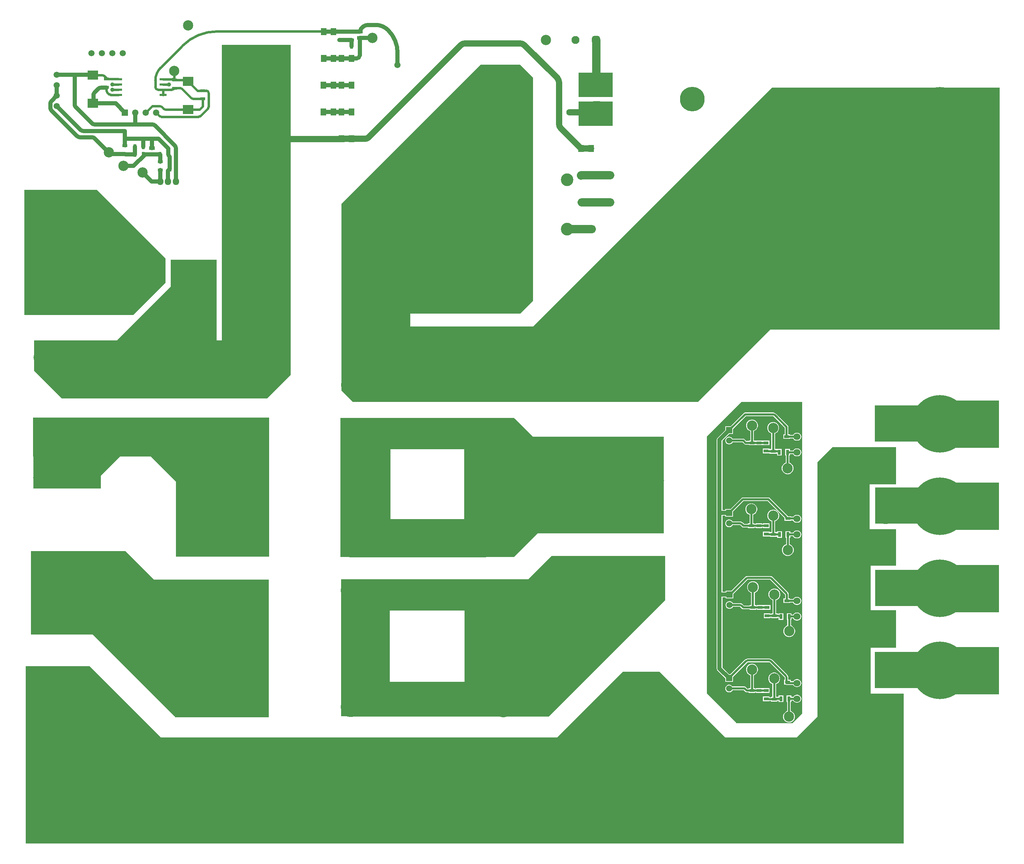
<source format=gbr>
%TF.GenerationSoftware,Altium Limited,Altium Designer,24.7.2 (38)*%
G04 Layer_Physical_Order=2*
G04 Layer_Color=16711680*
%FSLAX43Y43*%
%MOMM*%
%TF.SameCoordinates,3DDE4B3C-03A5-4BC3-9972-2EF5A5DF1AA7*%
%TF.FilePolarity,Positive*%
%TF.FileFunction,Copper,L2,Bot,Signal*%
%TF.Part,Single*%
G01*
G75*
%TA.AperFunction,Conductor*%
%ADD10C,1.000*%
%ADD11C,2.000*%
%ADD13C,5.000*%
%ADD14C,0.600*%
%TA.AperFunction,SMDPad,CuDef*%
%ADD15R,1.250X0.800*%
%TA.AperFunction,Conductor*%
%ADD17C,1.500*%
%ADD18R,18.454X8.875*%
%ADD19R,14.478X11.557*%
%ADD20R,37.674X7.618*%
%ADD24R,40.634X23.495*%
%ADD29R,16.475X10.825*%
%TA.AperFunction,NonConductor*%
%ADD33R,14.478X11.557*%
%TA.AperFunction,Conductor*%
%ADD34R,8.382X5.969*%
%ADD36R,16.150X30.477*%
%TA.AperFunction,ComponentPad*%
%ADD37C,5.000*%
%ADD38C,1.500*%
%ADD39R,1.500X1.500*%
%ADD40C,2.500*%
%ADD41O,1.778X1.524*%
%ADD42O,5.080X8.890*%
%ADD43C,14.000*%
%ADD44C,3.000*%
%ADD45C,8.000*%
%ADD46C,4.064*%
%ADD47C,2.032*%
%ADD48O,8.890X5.080*%
%ADD49O,1.524X1.778*%
%ADD50C,6.000*%
%ADD51O,6.600X4.826*%
%ADD52O,3.000X3.100*%
%ADD53C,1.600*%
%ADD54R,1.550X1.550*%
%ADD55C,1.550*%
%ADD56C,1.950*%
G04:AMPARAMS|DCode=57|XSize=1.95mm|YSize=1.95mm|CornerRadius=0.488mm|HoleSize=0mm|Usage=FLASHONLY|Rotation=180.000|XOffset=0mm|YOffset=0mm|HoleType=Round|Shape=RoundedRectangle|*
%AMROUNDEDRECTD57*
21,1,1.950,0.975,0,0,180.0*
21,1,0.975,1.950,0,0,180.0*
1,1,0.975,-0.488,0.488*
1,1,0.975,0.488,0.488*
1,1,0.975,0.488,-0.488*
1,1,0.975,-0.488,-0.488*
%
%ADD57ROUNDEDRECTD57*%
%TA.AperFunction,ViaPad*%
%ADD58C,1.000*%
%ADD59C,1.500*%
%ADD60C,0.800*%
%TA.AperFunction,Conductor*%
%ADD61C,0.500*%
%TA.AperFunction,SMDPad,CuDef*%
%ADD62R,0.800X1.250*%
%ADD63R,1.800X0.600*%
%ADD64R,1.450X1.800*%
%ADD65R,2.500X2.200*%
%ADD66R,1.350X0.950*%
%ADD67R,0.950X1.350*%
%TA.AperFunction,Conductor*%
%ADD68R,12.150X33.934*%
%ADD69R,12.275X33.966*%
%ADD70R,9.788X33.018*%
%ADD71R,45.560X7.618*%
%ADD72R,11.900X33.459*%
%ADD73R,22.859X33.566*%
%ADD74R,22.650X33.844*%
%ADD75R,40.145X9.593*%
%ADD76R,23.100X20.375*%
%ADD77R,40.145X13.268*%
%ADD78R,15.675X42.725*%
G36*
X36475Y155312D02*
Y149425D01*
X28550Y141500D01*
X2450Y141500D01*
Y143986D01*
X2522Y144101D01*
X17000D01*
X17070Y144115D01*
X17130Y144155D01*
X17170Y144215D01*
X17184Y144285D01*
Y155842D01*
X17170Y155912D01*
X17130Y155972D01*
X17070Y156012D01*
X17000Y156026D01*
X2522D01*
X2450Y156141D01*
Y171977D01*
X19810D01*
X36475Y155312D01*
D02*
G37*
G36*
X66925Y143075D02*
D01*
X66925Y126925D01*
X61200Y121200D01*
X11227Y121200D01*
X4427Y128000D01*
Y135387D01*
X24725D01*
Y135425D01*
X37725Y148425D01*
Y152409D01*
Y154959D01*
X48888D01*
Y135387D01*
X50150D01*
Y147775D01*
D01*
X50150Y207275D01*
X66925Y207275D01*
Y143075D01*
D02*
G37*
G36*
X125977Y199269D02*
Y144977D01*
X122875Y141875D01*
X96050D01*
Y138775D01*
X125950Y138775D01*
X184100Y196925D01*
X239562D01*
X239562Y137950D01*
X183750D01*
X166125Y120325D01*
X82075D01*
X79275Y123125D01*
Y168550D01*
X113175Y202450D01*
X122796D01*
X125977Y199269D01*
D02*
G37*
G36*
X129438Y108380D02*
X129429Y108254D01*
X121464Y102274D01*
X121350Y102331D01*
X121350Y116302D01*
X121467Y116351D01*
X129438Y108380D01*
D02*
G37*
G36*
X26979Y108767D02*
X26990Y108640D01*
X18140Y99790D01*
X18020Y99830D01*
X17325Y104555D01*
Y107655D01*
Y109755D01*
Y115466D01*
X17438Y115525D01*
X26979Y108767D01*
D02*
G37*
G36*
X41369Y115111D02*
Y109399D01*
Y107299D01*
Y104199D01*
X40675Y99475D01*
X40554Y99435D01*
X31704Y108285D01*
X31715Y108411D01*
X41256Y115170D01*
X41369Y115111D01*
D02*
G37*
G36*
X129183Y90468D02*
X121419Y82704D01*
X121292Y82713D01*
X115467Y90472D01*
X115524Y90586D01*
X129134D01*
X129183Y90468D01*
D02*
G37*
G36*
X35575Y75150D02*
X35564Y75024D01*
X26370Y68512D01*
X38680Y73780D01*
X38786Y73710D01*
Y43830D01*
X38668Y43782D01*
X17744Y64706D01*
X17768Y64830D01*
X25920Y68319D01*
X25910Y68324D01*
Y74036D01*
Y76136D01*
Y79236D01*
X26604Y83960D01*
X26725Y84000D01*
X35575Y75150D01*
D02*
G37*
G36*
X158150Y72100D02*
X129800Y43750D01*
X118700D01*
Y71050D01*
X130525Y82875D01*
X158150D01*
Y72100D01*
D02*
G37*
G36*
X191466Y44491D02*
X189125Y42150D01*
X175525D01*
X168300Y49375D01*
Y111950D01*
X176750Y120400D01*
X191466D01*
Y44491D01*
D02*
G37*
G36*
X214351Y100325D02*
X207925D01*
Y89365D01*
X214351D01*
Y80517D01*
X208200D01*
Y69650D01*
X214351D01*
Y60491D01*
X208200D01*
Y49365D01*
X216250D01*
Y37350D01*
Y12850D01*
X2450D01*
Y13987D01*
X2522Y14102D01*
X17000D01*
X17070Y14116D01*
X17130Y14155D01*
X17170Y14215D01*
X17184Y14285D01*
Y25842D01*
X17170Y25912D01*
X17130Y25972D01*
X17070Y26012D01*
X17000Y26026D01*
X2522D01*
X2450Y26141D01*
Y28986D01*
X2522Y29102D01*
X17000D01*
X17070Y29116D01*
X17130Y29155D01*
X17169Y29215D01*
X17183Y29285D01*
Y40842D01*
X17169Y40912D01*
X17130Y40972D01*
X17070Y41012D01*
X17000Y41026D01*
X2522D01*
X2450Y41141D01*
Y56025D01*
X18003Y56025D01*
X35403Y38625D01*
X131775D01*
X147775Y54625D01*
X156750D01*
X172750Y38625D01*
X190153D01*
X195175Y43647D01*
X195175Y105725D01*
X198815Y109365D01*
X214351D01*
Y100325D01*
D02*
G37*
%LPC*%
G36*
X184418Y117788D02*
X177569D01*
X177401Y117755D01*
X177259Y117660D01*
X174010Y114411D01*
X172770D01*
Y113521D01*
X170890Y111641D01*
X170781Y111499D01*
X170712Y111334D01*
X170689Y111156D01*
Y93330D01*
Y73230D01*
Y55430D01*
X170712Y55252D01*
X170781Y55087D01*
X170890Y54945D01*
X172770Y53065D01*
Y52175D01*
X174630D01*
Y53415D01*
X178184Y56969D01*
X178226Y56987D01*
X178227Y56987D01*
X183518D01*
X183519Y56987D01*
X183561Y56969D01*
X183561Y56969D01*
X187219Y53311D01*
X187219Y53311D01*
X187237Y53269D01*
X187237Y53268D01*
Y52723D01*
X187095D01*
Y51563D01*
X187413D01*
X187507Y51500D01*
X187675Y51467D01*
X189256D01*
X189271Y51430D01*
X189422Y51233D01*
X189619Y51082D01*
X189848Y50987D01*
X190094Y50955D01*
X190348D01*
X190594Y50987D01*
X190823Y51082D01*
X191020Y51233D01*
X191171Y51430D01*
X191266Y51659D01*
X191298Y51905D01*
X191266Y52151D01*
X191171Y52380D01*
X191020Y52577D01*
X190823Y52728D01*
X190594Y52823D01*
X190348Y52855D01*
X190094D01*
X189848Y52823D01*
X189619Y52728D01*
X189422Y52577D01*
X189271Y52380D01*
X189256Y52343D01*
X188705D01*
Y52723D01*
X188113D01*
Y53268D01*
X188112Y53274D01*
X188081Y53511D01*
X187987Y53737D01*
X187842Y53926D01*
X187839Y53931D01*
X184181Y57589D01*
X184176Y57592D01*
X183987Y57737D01*
X183761Y57831D01*
X183524Y57862D01*
X183518Y57863D01*
X178227D01*
X178221Y57862D01*
X177984Y57831D01*
X177758Y57737D01*
X177572Y57594D01*
X177565Y57590D01*
X177565Y57590D01*
X177564Y57589D01*
X177476Y57501D01*
X174010Y54035D01*
X173740D01*
X172061Y55714D01*
Y72754D01*
X172870D01*
Y72510D01*
X174730D01*
Y73640D01*
X178159Y77069D01*
X178201Y77087D01*
X178202Y77087D01*
X183693D01*
X183694Y77087D01*
X183736Y77069D01*
X187294Y73510D01*
X187312Y73468D01*
X187312Y73468D01*
Y72545D01*
X186945D01*
Y71385D01*
X188555D01*
Y71467D01*
X189256D01*
X189271Y71430D01*
X189422Y71233D01*
X189619Y71082D01*
X189848Y70987D01*
X190094Y70955D01*
X190348D01*
X190594Y70987D01*
X190823Y71082D01*
X191020Y71233D01*
X191171Y71430D01*
X191266Y71659D01*
X191298Y71905D01*
X191266Y72151D01*
X191171Y72380D01*
X191020Y72577D01*
X190823Y72728D01*
X190594Y72823D01*
X190348Y72855D01*
X190094D01*
X189848Y72823D01*
X189619Y72728D01*
X189422Y72577D01*
X189271Y72380D01*
X189256Y72343D01*
X188555D01*
Y72545D01*
X188189D01*
Y73468D01*
X188187Y73474D01*
X188156Y73711D01*
X188063Y73937D01*
X187919Y74123D01*
X187915Y74129D01*
X187915Y74129D01*
X187915Y74130D01*
X187826Y74219D01*
X184444Y77601D01*
X184356Y77689D01*
X184356Y77689D01*
X184355Y77690D01*
X184355Y77690D01*
X184348Y77694D01*
X184162Y77837D01*
X183936Y77931D01*
X183699Y77962D01*
X183693Y77963D01*
X178202D01*
X178196Y77962D01*
X177959Y77931D01*
X177733Y77837D01*
X177547Y77694D01*
X177539Y77689D01*
X174220Y74370D01*
X172870D01*
Y74126D01*
X172061D01*
Y92644D01*
X172770D01*
Y92400D01*
X174630D01*
Y93640D01*
X177213Y96223D01*
X183122D01*
X187187Y92159D01*
Y92115D01*
X187195Y92073D01*
Y91385D01*
X188805D01*
Y91527D01*
X189231D01*
X189271Y91430D01*
X189422Y91233D01*
X189619Y91082D01*
X189848Y90987D01*
X190094Y90955D01*
X190348D01*
X190594Y90987D01*
X190823Y91082D01*
X191020Y91233D01*
X191171Y91430D01*
X191266Y91659D01*
X191298Y91905D01*
X191266Y92151D01*
X191171Y92380D01*
X191020Y92577D01*
X190823Y92728D01*
X190594Y92823D01*
X190348Y92855D01*
X190094D01*
X189848Y92823D01*
X189619Y92728D01*
X189422Y92577D01*
X189289Y92404D01*
X188805D01*
Y92545D01*
X188005D01*
X187935Y92650D01*
X183614Y96971D01*
X183472Y97067D01*
X183304Y97100D01*
X177031D01*
X176864Y97067D01*
X176721Y96971D01*
X174010Y94260D01*
X172770D01*
Y94016D01*
X172061D01*
Y110872D01*
X173740Y112551D01*
X174630D01*
Y113791D01*
X177751Y116912D01*
X184418D01*
X184419Y116912D01*
X184461Y116894D01*
X184461Y116894D01*
X187262Y114093D01*
Y112505D01*
X186895D01*
Y111345D01*
X188505D01*
Y111467D01*
X189256D01*
X189271Y111430D01*
X189422Y111233D01*
X189619Y111082D01*
X189848Y110987D01*
X190094Y110955D01*
X190348D01*
X190594Y110987D01*
X190823Y111082D01*
X191020Y111233D01*
X191171Y111430D01*
X191266Y111659D01*
X191298Y111905D01*
X191266Y112151D01*
X191171Y112380D01*
X191020Y112577D01*
X190823Y112728D01*
X190594Y112823D01*
X190348Y112855D01*
X190094D01*
X189848Y112823D01*
X189619Y112728D01*
X189422Y112577D01*
X189271Y112380D01*
X189256Y112343D01*
X188505D01*
Y112505D01*
X188139D01*
Y114275D01*
X188105Y114443D01*
X188010Y114585D01*
X185081Y117514D01*
X185081Y117514D01*
X185081Y117514D01*
X185076Y117517D01*
X184887Y117662D01*
X184661Y117756D01*
X184424Y117787D01*
X184418Y117788D01*
D02*
G37*
G36*
X179463Y116055D02*
X179087D01*
X178723Y115958D01*
X178397Y115769D01*
X178131Y115503D01*
X177942Y115177D01*
X177845Y114813D01*
Y114437D01*
X177942Y114073D01*
X178131Y113747D01*
X178397Y113481D01*
X178723Y113292D01*
X178837Y113262D01*
Y110981D01*
X178520D01*
Y110839D01*
X177897D01*
X177485Y111251D01*
X177343Y111346D01*
X177175Y111379D01*
X174521D01*
X174444Y111512D01*
X174271Y111685D01*
X174059Y111808D01*
X173822Y111871D01*
X173578D01*
X173341Y111808D01*
X173129Y111685D01*
X172956Y111512D01*
X172833Y111300D01*
X172770Y111063D01*
Y110819D01*
X172833Y110582D01*
X172956Y110370D01*
X173129Y110197D01*
X173341Y110074D01*
X173578Y110011D01*
X173822D01*
X174059Y110074D01*
X174271Y110197D01*
X174444Y110370D01*
X174521Y110503D01*
X176993D01*
X177405Y110091D01*
X177547Y109996D01*
X177715Y109963D01*
X178520D01*
Y109821D01*
X180130D01*
Y109821D01*
X180203Y109821D01*
Y109821D01*
X181813D01*
Y109821D01*
X181920D01*
Y109821D01*
X183530D01*
Y110981D01*
X181920D01*
Y110981D01*
X181813D01*
Y110981D01*
X180203D01*
Y110981D01*
X180130Y110981D01*
Y110981D01*
X179713D01*
Y113262D01*
X179827Y113292D01*
X180153Y113481D01*
X180419Y113747D01*
X180608Y114073D01*
X180705Y114437D01*
Y114813D01*
X180608Y115177D01*
X180419Y115503D01*
X180153Y115769D01*
X179827Y115958D01*
X179463Y116055D01*
D02*
G37*
G36*
X184613Y115480D02*
X184237D01*
X183873Y115383D01*
X183547Y115194D01*
X183281Y114928D01*
X183092Y114602D01*
X182995Y114238D01*
Y113862D01*
X183092Y113498D01*
X183281Y113172D01*
X183547Y112906D01*
X183873Y112717D01*
X183988Y112687D01*
Y108913D01*
X183621D01*
X183530Y108981D01*
Y108981D01*
X181920D01*
Y107821D01*
X183530D01*
X183621Y107753D01*
Y107753D01*
X185231D01*
Y107753D01*
X185358Y107752D01*
Y107290D01*
X186518D01*
Y108900D01*
X185358D01*
Y108900D01*
X185231Y108901D01*
Y108913D01*
X184865D01*
Y112687D01*
X184977Y112717D01*
X185303Y112906D01*
X185569Y113172D01*
X185758Y113498D01*
X185855Y113862D01*
Y114238D01*
X185758Y114602D01*
X185569Y114928D01*
X185303Y115194D01*
X184977Y115383D01*
X184613Y115480D01*
D02*
G37*
G36*
X190348Y109045D02*
X190094D01*
X189848Y109013D01*
X189619Y108918D01*
X189422Y108767D01*
X189271Y108570D01*
X189256Y108533D01*
X188518D01*
Y108900D01*
X187358D01*
Y107290D01*
X187500D01*
Y105563D01*
X187386Y105533D01*
X187060Y105344D01*
X186794Y105078D01*
X186605Y104752D01*
X186508Y104388D01*
Y104012D01*
X186605Y103648D01*
X186794Y103322D01*
X187060Y103056D01*
X187386Y102867D01*
X187750Y102770D01*
X188126D01*
X188490Y102867D01*
X188816Y103056D01*
X189082Y103322D01*
X189271Y103648D01*
X189368Y104012D01*
Y104388D01*
X189271Y104752D01*
X189082Y105078D01*
X188816Y105344D01*
X188490Y105533D01*
X188376Y105563D01*
Y107290D01*
X188518D01*
Y107657D01*
X189256D01*
X189271Y107620D01*
X189422Y107423D01*
X189619Y107272D01*
X189848Y107177D01*
X190094Y107145D01*
X190348D01*
X190594Y107177D01*
X190823Y107272D01*
X191020Y107423D01*
X191171Y107620D01*
X191266Y107849D01*
X191298Y108095D01*
X191266Y108341D01*
X191171Y108570D01*
X191020Y108767D01*
X190823Y108918D01*
X190594Y109013D01*
X190348Y109045D01*
D02*
G37*
G36*
X179288Y95680D02*
X178912D01*
X178548Y95583D01*
X178222Y95394D01*
X177956Y95128D01*
X177767Y94802D01*
X177670Y94438D01*
Y94062D01*
X177767Y93698D01*
X177956Y93372D01*
X178222Y93106D01*
X178548Y92917D01*
X178662Y92887D01*
Y90780D01*
X178295D01*
Y90638D01*
X177382D01*
X177066Y90954D01*
X177066Y90954D01*
X177066Y90954D01*
X177061Y90957D01*
X176872Y91102D01*
X176646Y91196D01*
X176409Y91227D01*
X176403Y91228D01*
X174521D01*
X174444Y91361D01*
X174271Y91534D01*
X174059Y91657D01*
X173822Y91720D01*
X173578D01*
X173341Y91657D01*
X173129Y91534D01*
X172956Y91361D01*
X172833Y91149D01*
X172770Y90912D01*
Y90668D01*
X172833Y90431D01*
X172956Y90219D01*
X173129Y90046D01*
X173341Y89923D01*
X173578Y89860D01*
X173822D01*
X174059Y89923D01*
X174271Y90046D01*
X174444Y90219D01*
X174521Y90352D01*
X176403D01*
X176404Y90352D01*
X176446Y90334D01*
X176446Y90334D01*
X176890Y89890D01*
X177032Y89795D01*
X177200Y89762D01*
X178295D01*
Y89620D01*
X179905D01*
Y89762D01*
X180170D01*
Y89620D01*
X181780D01*
Y89762D01*
X181947D01*
Y89620D01*
X183557D01*
Y90780D01*
X181947D01*
Y90638D01*
X181780D01*
Y90780D01*
X180170D01*
Y90638D01*
X179905D01*
Y90780D01*
X179538D01*
Y92887D01*
X179652Y92917D01*
X179978Y93106D01*
X180244Y93372D01*
X180433Y93698D01*
X180530Y94062D01*
Y94438D01*
X180433Y94802D01*
X180244Y95128D01*
X179978Y95394D01*
X179652Y95583D01*
X179288Y95680D01*
D02*
G37*
G36*
X184638Y94105D02*
X184262D01*
X183898Y94008D01*
X183572Y93819D01*
X183306Y93553D01*
X183117Y93227D01*
X183020Y92863D01*
Y92487D01*
X183117Y92123D01*
X183306Y91797D01*
X183572Y91531D01*
X183898Y91342D01*
X184037Y91305D01*
Y88705D01*
X183670D01*
Y88705D01*
X183557Y88740D01*
Y88780D01*
X181947D01*
Y87620D01*
X183557D01*
X183557Y87620D01*
Y87620D01*
X183557Y87620D01*
X183670Y87585D01*
Y87545D01*
X185280D01*
Y87657D01*
X185420D01*
Y87290D01*
X186580D01*
Y88900D01*
X185420D01*
Y88534D01*
X185280D01*
Y88705D01*
X184913D01*
Y91319D01*
X185002Y91342D01*
X185328Y91531D01*
X185594Y91797D01*
X185783Y92123D01*
X185880Y92487D01*
Y92863D01*
X185783Y93227D01*
X185594Y93553D01*
X185328Y93819D01*
X185002Y94008D01*
X184638Y94105D01*
D02*
G37*
G36*
X190348Y89045D02*
X190094D01*
X189848Y89013D01*
X189619Y88918D01*
X189422Y88767D01*
X189271Y88570D01*
X189256Y88534D01*
X188580D01*
Y88900D01*
X187420D01*
Y87290D01*
X187562D01*
Y85663D01*
X187448Y85633D01*
X187122Y85444D01*
X186856Y85178D01*
X186668Y84852D01*
X186570Y84488D01*
Y84112D01*
X186668Y83748D01*
X186856Y83422D01*
X187122Y83156D01*
X187448Y82968D01*
X187812Y82870D01*
X188188D01*
X188552Y82968D01*
X188878Y83156D01*
X189144Y83422D01*
X189333Y83748D01*
X189430Y84112D01*
Y84488D01*
X189333Y84852D01*
X189144Y85178D01*
X188878Y85444D01*
X188552Y85633D01*
X188439Y85663D01*
Y87290D01*
X188580D01*
Y87657D01*
X189256D01*
X189271Y87620D01*
X189422Y87423D01*
X189619Y87272D01*
X189848Y87177D01*
X190094Y87145D01*
X190348D01*
X190594Y87177D01*
X190823Y87272D01*
X191020Y87423D01*
X191171Y87620D01*
X191266Y87849D01*
X191298Y88095D01*
X191266Y88341D01*
X191171Y88570D01*
X191020Y88767D01*
X190823Y88918D01*
X190594Y89013D01*
X190348Y89045D01*
D02*
G37*
G36*
X179688Y76680D02*
X179312D01*
X178948Y76583D01*
X178622Y76394D01*
X178356Y76128D01*
X178167Y75802D01*
X178070Y75438D01*
Y75062D01*
X178167Y74698D01*
X178356Y74372D01*
X178622Y74106D01*
X178948Y73917D01*
X179062Y73887D01*
Y70880D01*
X178695D01*
Y70738D01*
X177357D01*
X177031Y71064D01*
X177031Y71064D01*
X177031Y71064D01*
X177031Y71064D01*
X177030Y71065D01*
X177030Y71065D01*
X177021Y71071D01*
X176837Y71212D01*
X176611Y71306D01*
X176374Y71337D01*
X176368Y71338D01*
X174621D01*
X174544Y71471D01*
X174371Y71644D01*
X174159Y71767D01*
X173922Y71830D01*
X173678D01*
X173441Y71767D01*
X173229Y71644D01*
X173056Y71471D01*
X172933Y71259D01*
X172870Y71022D01*
Y70778D01*
X172933Y70541D01*
X173056Y70329D01*
X173229Y70156D01*
X173441Y70033D01*
X173678Y69970D01*
X173922D01*
X174159Y70033D01*
X174371Y70156D01*
X174544Y70329D01*
X174621Y70462D01*
X176368D01*
X176369Y70462D01*
X176411Y70444D01*
X176411Y70444D01*
X176865Y69990D01*
X176954Y69931D01*
X177007Y69895D01*
X177175Y69862D01*
X178695D01*
Y69720D01*
X180305D01*
Y69862D01*
X180470D01*
Y69720D01*
X182080D01*
Y69720D01*
X182170D01*
Y69720D01*
X183780D01*
Y70880D01*
X182170D01*
Y70880D01*
X182080D01*
Y70880D01*
X180470D01*
Y70738D01*
X180305D01*
Y70880D01*
X179938D01*
Y73887D01*
X180052Y73917D01*
X180378Y74106D01*
X180644Y74372D01*
X180833Y74698D01*
X180930Y75062D01*
Y75438D01*
X180833Y75802D01*
X180644Y76128D01*
X180378Y76394D01*
X180052Y76583D01*
X179688Y76680D01*
D02*
G37*
G36*
X184917Y74905D02*
X184540D01*
X184177Y74808D01*
X183851Y74619D01*
X183584Y74353D01*
X183396Y74027D01*
X183299Y73663D01*
Y73287D01*
X183396Y72923D01*
X183584Y72597D01*
X183851Y72331D01*
X184177Y72142D01*
X184290Y72112D01*
Y68868D01*
X183924D01*
Y68738D01*
X183780D01*
Y68880D01*
X182170D01*
Y67720D01*
X183780D01*
Y67862D01*
X183924D01*
Y67708D01*
X185534D01*
Y67850D01*
X185737D01*
X185745Y67843D01*
Y67290D01*
X186905D01*
Y68900D01*
X185745D01*
Y68848D01*
X185737Y68726D01*
X185534D01*
Y68868D01*
X185167D01*
Y72112D01*
X185281Y72142D01*
X185607Y72331D01*
X185873Y72597D01*
X186061Y72923D01*
X186159Y73287D01*
Y73663D01*
X186061Y74027D01*
X185873Y74353D01*
X185607Y74619D01*
X185281Y74808D01*
X184917Y74905D01*
D02*
G37*
G36*
X190348Y69045D02*
X190094D01*
X189848Y69013D01*
X189619Y68918D01*
X189422Y68767D01*
X189271Y68570D01*
X189256Y68533D01*
X188905D01*
Y68900D01*
X187745D01*
Y67290D01*
X187887D01*
Y65918D01*
X187773Y65888D01*
X187447Y65699D01*
X187181Y65433D01*
X186993Y65107D01*
X186895Y64743D01*
Y64367D01*
X186993Y64003D01*
X187181Y63677D01*
X187447Y63411D01*
X187773Y63223D01*
X188137Y63125D01*
X188513D01*
X188877Y63223D01*
X189203Y63411D01*
X189469Y63677D01*
X189658Y64003D01*
X189755Y64367D01*
Y64743D01*
X189658Y65107D01*
X189469Y65433D01*
X189203Y65699D01*
X188877Y65888D01*
X188764Y65918D01*
Y67290D01*
X188905D01*
Y67657D01*
X189256D01*
X189271Y67620D01*
X189422Y67423D01*
X189619Y67272D01*
X189848Y67177D01*
X190094Y67145D01*
X190348D01*
X190594Y67177D01*
X190823Y67272D01*
X191020Y67423D01*
X191171Y67620D01*
X191266Y67849D01*
X191298Y68095D01*
X191266Y68341D01*
X191171Y68570D01*
X191020Y68767D01*
X190823Y68918D01*
X190594Y69013D01*
X190348Y69045D01*
D02*
G37*
G36*
X179463Y56605D02*
X179087D01*
X178723Y56508D01*
X178397Y56319D01*
X178131Y56053D01*
X177942Y55727D01*
X177845Y55363D01*
Y54987D01*
X177942Y54623D01*
X178131Y54297D01*
X178397Y54031D01*
X178723Y53842D01*
X178837Y53812D01*
Y50655D01*
X178470D01*
Y50513D01*
X178207D01*
X177785Y50935D01*
X177643Y51030D01*
X177475Y51063D01*
X174486D01*
X174444Y51136D01*
X174271Y51309D01*
X174059Y51432D01*
X173822Y51495D01*
X173578D01*
X173341Y51432D01*
X173129Y51309D01*
X172956Y51136D01*
X172833Y50924D01*
X172770Y50687D01*
Y50443D01*
X172833Y50206D01*
X172956Y49994D01*
X173129Y49821D01*
X173341Y49698D01*
X173578Y49635D01*
X173822D01*
X174059Y49698D01*
X174271Y49821D01*
X174444Y49994D01*
X174555Y50187D01*
X177293D01*
X177715Y49765D01*
X177857Y49670D01*
X178025Y49637D01*
X178470D01*
Y49495D01*
X180080D01*
Y49637D01*
X180220D01*
Y49495D01*
X181830D01*
Y49495D01*
X181945D01*
Y49495D01*
X183555D01*
Y50655D01*
X181945D01*
Y50655D01*
X181830D01*
Y50655D01*
X180220D01*
Y50513D01*
X180080D01*
Y50655D01*
X179713D01*
Y53812D01*
X179827Y53842D01*
X180153Y54031D01*
X180419Y54297D01*
X180608Y54623D01*
X180705Y54987D01*
Y55363D01*
X180608Y55727D01*
X180419Y56053D01*
X180153Y56319D01*
X179827Y56508D01*
X179463Y56605D01*
D02*
G37*
G36*
X190348Y49045D02*
X190094D01*
X189848Y49013D01*
X189619Y48918D01*
X189422Y48767D01*
X189271Y48570D01*
X189256Y48533D01*
X188880D01*
Y48900D01*
X187720D01*
Y47290D01*
X187837D01*
Y45088D01*
X187723Y45058D01*
X187397Y44869D01*
X187131Y44603D01*
X186942Y44277D01*
X186845Y43913D01*
Y43537D01*
X186942Y43173D01*
X187131Y42847D01*
X187397Y42581D01*
X187723Y42392D01*
X188087Y42295D01*
X188463D01*
X188827Y42392D01*
X189153Y42581D01*
X189419Y42847D01*
X189608Y43173D01*
X189705Y43537D01*
Y43913D01*
X189608Y44277D01*
X189419Y44603D01*
X189153Y44869D01*
X188827Y45058D01*
X188713Y45088D01*
Y47290D01*
X188880D01*
Y47657D01*
X189256D01*
X189271Y47620D01*
X189422Y47423D01*
X189619Y47272D01*
X189848Y47177D01*
X190094Y47145D01*
X190348D01*
X190594Y47177D01*
X190823Y47272D01*
X191020Y47423D01*
X191171Y47620D01*
X191266Y47849D01*
X191298Y48095D01*
X191266Y48341D01*
X191171Y48570D01*
X191020Y48767D01*
X190823Y48918D01*
X190594Y49013D01*
X190348Y49045D01*
D02*
G37*
G36*
X184866Y54453D02*
X184489D01*
X184126Y54355D01*
X183800Y54167D01*
X183533Y53901D01*
X183345Y53575D01*
X183248Y53211D01*
Y52834D01*
X183345Y52471D01*
X183533Y52145D01*
X183800Y51878D01*
X184126Y51690D01*
X184239Y51660D01*
Y48557D01*
X183873D01*
Y48416D01*
X183555D01*
Y48655D01*
X181945D01*
Y47495D01*
X183555D01*
Y47539D01*
X183873D01*
Y47397D01*
X185483D01*
Y47657D01*
X185720D01*
Y47290D01*
X186880D01*
Y48900D01*
X185720D01*
Y48533D01*
X185483D01*
Y48557D01*
X185116D01*
Y51660D01*
X185230Y51690D01*
X185556Y51878D01*
X185822Y52145D01*
X186010Y52471D01*
X186108Y52834D01*
Y53211D01*
X186010Y53575D01*
X185822Y53901D01*
X185556Y54167D01*
X185230Y54355D01*
X184866Y54453D01*
D02*
G37*
%LPD*%
D10*
X85849Y212175D02*
G03*
X83775Y210525I0J-2129D01*
G01*
X92975Y205341D02*
G03*
X90674Y210897I-7861J0D01*
G01*
X18494Y188243D02*
G03*
X19201Y187950I707J707D01*
G01*
X14325Y192826D02*
G03*
X14617Y192120I1000J0D01*
G01*
X38973Y182163D02*
G03*
X38680Y182870I-1000J0D01*
G01*
X33893Y187657D02*
G03*
X33186Y187950I-707J-707D01*
G01*
X19218Y184532D02*
G03*
X18511Y184825I-707J-707D01*
G01*
X14907Y185118D02*
G03*
X15614Y184825I707J707D01*
G01*
X8400Y192037D02*
G03*
X8691Y191334I1000J2D01*
G01*
X15737Y186643D02*
G03*
X16444Y186350I707J707D01*
G01*
X8692Y193612D02*
G03*
X8400Y192906I708J-706D01*
G01*
X37120Y180839D02*
G03*
X37412Y180133I1000J0D01*
G01*
X90674Y210897D02*
G03*
X87591Y212175I-3078J-3068D01*
G01*
X61657Y184668D02*
G03*
X62364Y184375I707J707D01*
G01*
X82975Y204000D02*
G03*
X83775Y204800I0J800D01*
G01*
X19192Y195717D02*
G03*
X18900Y195011I708J-706D01*
G01*
X20774Y196885D02*
G03*
X20068Y196593I0J-1000D01*
G01*
X171375Y93330D02*
Y111156D01*
Y73230D02*
Y93330D01*
X173700D01*
X171375Y55430D02*
Y73230D01*
X171585Y73440D02*
X173800D01*
X171375Y55430D02*
X173700Y53105D01*
X171375Y111156D02*
X173700Y113481D01*
X190186Y69965D02*
X190221Y70000D01*
X74950Y210525D02*
X75470D01*
X77400D01*
X92975Y202400D02*
Y205341D01*
X81775Y210525D02*
X83775D01*
X85849Y212175D02*
X87591D01*
X19201Y187950D02*
X29100D01*
X14617Y192120D02*
X18494Y188243D01*
X14325Y192826D02*
Y199871D01*
X29100Y187950D02*
X33186D01*
X38973Y177200D02*
Y182163D01*
X33893Y187657D02*
X38680Y182870D01*
X26560Y184475D02*
X31010D01*
X26560D02*
Y186350D01*
Y182905D02*
Y184475D01*
X19218Y184532D02*
X23000Y180750D01*
X15614Y184825D02*
X18511D01*
X23022Y180728D02*
X26560D01*
X26736Y180640D02*
X27300D01*
X26560Y182905D02*
X26611Y182853D01*
Y182828D02*
Y182853D01*
X23725Y186350D02*
X24058Y186350D01*
X26560Y186350D01*
X16444D02*
X23725D01*
X27300Y180640D02*
X29010D01*
X8691Y191334D02*
X14907Y185118D01*
X8400Y192037D02*
Y192906D01*
X10000Y192380D02*
X15737Y186643D01*
X14196Y200000D02*
X18700D01*
X14196D02*
X14325Y199871D01*
X8692Y193612D02*
X10000Y194920D01*
X29100Y187950D02*
Y190826D01*
X37120Y180839D02*
Y182116D01*
X34761Y184475D02*
X37120Y182116D01*
X38985Y174009D02*
Y177200D01*
X33190Y184475D02*
X34761D01*
X37412Y180133D02*
X37473Y180072D01*
X10000Y200000D02*
X14196D01*
X10000Y194920D02*
Y197460D01*
X80000Y210525D02*
X81775D01*
X83775Y209025D02*
X86875D01*
X56735Y189590D02*
X61657Y184668D01*
X78825Y208525D02*
X80000D01*
X80000Y208525D01*
X83775Y206975D02*
Y208775D01*
X79325Y204000D02*
X82975D01*
X83775Y204800D02*
Y206975D01*
X77400Y210525D02*
X80000D01*
X74975Y204000D02*
X79325D01*
X81775Y208525D02*
X81775Y208525D01*
X81775Y208525D02*
X81775Y208525D01*
X80000D02*
X81775D01*
X81775Y206975D02*
Y208525D01*
X74950Y203975D02*
X74975Y204000D01*
X79325Y197450D02*
X81775D01*
X74961D02*
X79325D01*
X74896Y197514D02*
X74961Y197450D01*
X79325Y190964D02*
X81775D01*
X77346D02*
X79325D01*
X74896D02*
X77346D01*
X54578Y192162D02*
X56735Y190004D01*
Y189590D02*
Y190004D01*
X54578Y192162D02*
Y192900D01*
X20774Y196885D02*
X22099D01*
X37080Y176657D02*
X37473Y177050D01*
X37080Y174009D02*
Y176657D01*
X37473Y177050D02*
Y177200D01*
X18900Y193650D02*
Y195011D01*
X18750Y193050D02*
X18900Y193650D01*
X19192Y195717D02*
X20068Y196593D01*
X18900Y193050D02*
X24336D01*
X26560Y190826D01*
X31010Y184475D02*
X33190D01*
X31010Y182490D02*
Y184475D01*
X33190Y182140D02*
Y184475D01*
X37473Y177200D02*
Y180072D01*
X31534Y180650D02*
X35120D01*
X28709Y177825D02*
X31534Y180650D01*
X26250Y177825D02*
X28709D01*
X35120Y180650D02*
X35175Y180595D01*
Y178875D02*
Y180595D01*
X33076Y174009D02*
X35175D01*
X30610Y176475D02*
X33076Y174009D01*
X35175Y176875D02*
X35175Y176875D01*
Y174009D02*
Y176875D01*
X29010Y180640D02*
Y182490D01*
D11*
X141300Y208500D02*
X141332Y208468D01*
Y196996D02*
Y208468D01*
X142275Y175525D02*
X144725D01*
X137674D02*
X142275D01*
X137666Y175517D02*
X137674Y175525D01*
X142275Y168975D02*
X144725D01*
X137825D02*
X142275D01*
X137800Y169000D02*
X137825Y168975D01*
X137800Y162450D02*
X140250D01*
X134275D02*
X137800D01*
D13*
X118600Y74493D02*
X118710Y74383D01*
Y46091D02*
Y74383D01*
X81590Y85034D02*
X114112D01*
X81939Y46290D02*
X118961D01*
D14*
X35292Y201767D02*
G03*
X34000Y198638I3142J-3129D01*
G01*
X36011Y191726D02*
G03*
X36435Y191550I424J424D01*
G01*
X35512Y192225D02*
G03*
X35088Y192400I-423J-425D01*
G01*
X38016Y196415D02*
G03*
X38440Y196590I0J600D01*
G01*
X34000Y197015D02*
G03*
X34600Y196415I600J0D01*
G01*
X42744Y194351D02*
G03*
X43168Y194175I424J424D01*
G01*
X40496Y196599D02*
G03*
X40071Y196775I-424J-424D01*
G01*
X48975Y210575D02*
G03*
X40652Y207127I0J-11769D01*
G01*
X21627Y199658D02*
G03*
X20921Y199950I-706J-708D01*
G01*
X38397Y198920D02*
G03*
X38196Y198955I-201J-565D01*
G01*
X35030Y189976D02*
G03*
X35454Y189801I423J425D01*
G01*
X44514D02*
G03*
X44938Y189977I0J600D01*
G01*
X46800Y191838D02*
G03*
X46975Y192262I-425J423D01*
G01*
Y195575D02*
G03*
X46375Y196175I-600J0D01*
G01*
X22698Y195319D02*
G03*
X23118Y195145I422J426D01*
G01*
X22099Y196165D02*
G03*
X22274Y195743I600J1D01*
G01*
X34000Y197015D02*
Y198636D01*
X34000Y198638D02*
X34000Y198636D01*
X35292Y201767D02*
X40652Y207127D01*
X36435Y191550D02*
X44750D01*
X35512Y192225D02*
X36011Y191726D01*
X33214Y192400D02*
X35088D01*
X34600Y196415D02*
X35900D01*
X38016D01*
X38440Y196590D02*
X38440Y196590D01*
X38625Y196775D01*
X40496Y196599D02*
X42744Y194351D01*
X43168Y194175D02*
X43168D01*
X45550D01*
X38625Y196775D02*
X40071D01*
X48975Y210575D02*
X48977Y210575D01*
X74950D01*
X18750Y199950D02*
X20921D01*
X22200Y199085D02*
X22300Y198985D01*
X21627Y199658D02*
X22200Y199085D01*
X45550Y196175D02*
X46375D01*
X38612Y198920D02*
Y200963D01*
X35900Y197685D02*
X37350D01*
X35900Y198955D02*
X38196D01*
X38525Y198875D02*
X38612Y198787D01*
Y198920D01*
Y198787D02*
X38625Y198775D01*
X38600Y200975D02*
X38612Y200963D01*
X35900Y195145D02*
Y196415D01*
X34180Y190826D02*
X35030Y189976D01*
X35454Y189801D02*
X44514D01*
X44938Y189977D02*
X46800Y191838D01*
X46975Y192262D02*
Y195575D01*
X44250Y196175D02*
X45550D01*
X44750Y191550D02*
X45550Y192350D01*
Y194175D01*
X31640Y190826D02*
X33214Y192400D01*
X38397Y198920D02*
X38525Y198875D01*
X38625Y198775D02*
X41650D01*
X41975Y198450D01*
X42925Y197500D02*
X44250Y196175D01*
X42125Y198450D02*
X42925Y197650D01*
Y197500D02*
Y197650D01*
X41975Y198450D02*
X42125D01*
X23504Y196415D02*
X25000D01*
X23504Y197685D02*
X25000D01*
X22099Y196165D02*
X22099Y196885D01*
X22099Y196985D01*
X23118Y195145D02*
X25000D01*
X22274Y195743D02*
X22698Y195319D01*
X22300Y198985D02*
X24970D01*
D15*
X187900Y52143D02*
D03*
Y50143D02*
D03*
X182750Y50075D02*
D03*
Y48075D02*
D03*
X179275D02*
D03*
Y50075D02*
D03*
X184729Y68288D02*
D03*
Y66288D02*
D03*
X187750Y71965D02*
D03*
Y69965D02*
D03*
X181275Y68300D02*
D03*
Y70300D02*
D03*
X182975D02*
D03*
Y68300D02*
D03*
X182752Y90200D02*
D03*
Y88200D02*
D03*
X187700Y111925D02*
D03*
Y109925D02*
D03*
X184678Y47977D02*
D03*
Y45977D02*
D03*
X179100Y88200D02*
D03*
Y90200D02*
D03*
X188000Y91965D02*
D03*
Y89965D02*
D03*
X184475Y88125D02*
D03*
Y86125D02*
D03*
X180975Y90200D02*
D03*
Y88200D02*
D03*
X181025Y50075D02*
D03*
Y48075D02*
D03*
X179500Y70300D02*
D03*
Y68300D02*
D03*
X179325Y108401D02*
D03*
Y110401D02*
D03*
X181008Y110401D02*
D03*
Y108401D02*
D03*
X182725Y110401D02*
D03*
Y108401D02*
D03*
X184426Y108333D02*
D03*
Y106333D02*
D03*
X80000Y210525D02*
D03*
Y208525D02*
D03*
X81775Y208525D02*
D03*
Y210525D02*
D03*
X22099Y198985D02*
D03*
Y196985D02*
D03*
X45550Y194175D02*
D03*
Y196175D02*
D03*
X38625Y198746D02*
D03*
Y196746D02*
D03*
X35175Y178875D02*
D03*
Y176875D02*
D03*
X26560Y182728D02*
D03*
Y180728D02*
D03*
D17*
X109421Y207675D02*
G03*
X108361Y207236I0J-1500D01*
G01*
X123838Y207237D02*
G03*
X122779Y207675I-1059J-1062D01*
G01*
X132280Y188075D02*
G03*
X132719Y187015I1500J0D01*
G01*
X84918Y184414D02*
G03*
X85977Y184852I0J1500D01*
G01*
X132280Y198174D02*
G03*
X131842Y199233I-1500J0D01*
G01*
X141172Y190900D02*
G03*
X141205Y190901I-2J1150D01*
G01*
X85977Y184852D02*
X108361Y207236D01*
X109421Y207675D02*
X122779D01*
X123838Y207237D02*
X123839Y207236D01*
X131842Y199233D01*
X132280Y188075D02*
Y198174D01*
X132719Y187015D02*
X137666Y182067D01*
X140116D01*
X132280Y198174D02*
Y198174D01*
X81775Y184414D02*
X84918D01*
X134820Y190900D02*
X141172D01*
X141205D02*
Y190901D01*
Y190900D02*
X141459Y191154D01*
X62364Y184375D02*
X79777D01*
X79325Y184414D02*
X81775D01*
D18*
X218452Y115088D02*
D03*
X218477Y95088D02*
D03*
X218448Y55076D02*
D03*
X218498Y75088D02*
D03*
D19*
X232239Y174936D02*
D03*
X232239Y94936D02*
D03*
X232239Y74936D02*
D03*
X232239Y114937D02*
D03*
X232239Y54937D02*
D03*
X232239Y159936D02*
D03*
X232239Y189936D02*
D03*
X232239Y144937D02*
D03*
X9761Y165063D02*
D03*
D20*
X98898Y88044D02*
D03*
X100187Y112659D02*
D03*
X101073Y48369D02*
D03*
D24*
X137513Y100147D02*
D03*
D29*
X12462Y104729D02*
D03*
D33*
X9761Y150064D02*
D03*
X9761Y35064D02*
D03*
X9761Y20064D02*
D03*
D34*
X141206Y190583D02*
D03*
Y197567D02*
D03*
D36*
X10175Y156739D02*
D03*
D37*
X44000Y124575D02*
D03*
Y114034D02*
D03*
X81710Y124514D02*
D03*
Y113973D02*
D03*
X118870Y124514D02*
D03*
X81590Y85034D02*
D03*
Y74493D02*
D03*
Y46091D02*
D03*
Y35550D02*
D03*
X118870Y113973D02*
D03*
X118600Y74493D02*
D03*
Y85034D02*
D03*
X118710Y35550D02*
D03*
Y46091D02*
D03*
X43850Y35525D02*
D03*
Y46066D02*
D03*
X44000Y74632D02*
D03*
Y85173D02*
D03*
D38*
X173700Y48025D02*
D03*
Y50565D02*
D03*
Y88250D02*
D03*
Y90790D02*
D03*
Y108401D02*
D03*
Y110941D02*
D03*
X173800Y68360D02*
D03*
Y70900D02*
D03*
X26015Y205300D02*
D03*
X23475D02*
D03*
X20935D02*
D03*
X18395D02*
D03*
X10000Y200000D02*
D03*
Y197460D02*
D03*
Y194920D02*
D03*
Y192380D02*
D03*
D39*
X173700Y53105D02*
D03*
Y93330D02*
D03*
Y113481D02*
D03*
X173800Y73440D02*
D03*
D40*
X179275Y55175D02*
D03*
X188275Y43725D02*
D03*
X184678Y53023D02*
D03*
X184729Y73475D02*
D03*
X179500Y75250D02*
D03*
X188325Y64555D02*
D03*
X188000Y84300D02*
D03*
X184425Y114050D02*
D03*
X187938Y104200D02*
D03*
X179275Y114625D02*
D03*
X179100Y94250D02*
D03*
X184450Y92675D02*
D03*
X159950Y170400D02*
D03*
X129050Y208500D02*
D03*
X38600Y200975D02*
D03*
X41975Y212025D02*
D03*
X86875Y209025D02*
D03*
X26250Y177825D02*
D03*
X30834Y176251D02*
D03*
X22622Y181128D02*
D03*
D41*
X190221Y48095D02*
D03*
Y50000D02*
D03*
Y51905D02*
D03*
Y68095D02*
D03*
Y70000D02*
D03*
Y71905D02*
D03*
Y88095D02*
D03*
Y90000D02*
D03*
Y91905D02*
D03*
Y108095D02*
D03*
Y110000D02*
D03*
Y111905D02*
D03*
D42*
X211811Y44920D02*
D03*
Y55080D02*
D03*
Y64920D02*
D03*
Y75080D02*
D03*
Y84920D02*
D03*
Y95080D02*
D03*
Y104920D02*
D03*
Y115080D02*
D03*
D43*
X225000Y175000D02*
D03*
Y95000D02*
D03*
Y75000D02*
D03*
Y115000D02*
D03*
Y55000D02*
D03*
Y160000D02*
D03*
Y190000D02*
D03*
Y145000D02*
D03*
X15000Y150000D02*
D03*
Y165000D02*
D03*
Y35000D02*
D03*
Y20000D02*
D03*
D44*
X156280Y52675D02*
D03*
X156330Y72650D02*
D03*
X156280Y110395D02*
D03*
X156330Y130370D02*
D03*
Y101190D02*
D03*
X156280Y81215D02*
D03*
X5815Y131230D02*
D03*
X5765Y111255D02*
D03*
X5725Y73700D02*
D03*
X5675Y53725D02*
D03*
X5765Y101880D02*
D03*
X5715Y81905D02*
D03*
D45*
X120872Y198132D02*
D03*
X120770Y188048D02*
D03*
X120592Y157543D02*
D03*
X120745Y147332D02*
D03*
X54451Y203212D02*
D03*
X54578Y192900D02*
D03*
X54527Y157314D02*
D03*
Y147231D02*
D03*
D46*
X113074Y147205D02*
D03*
X113125Y157365D02*
D03*
X113175Y187921D02*
D03*
X113125Y198081D02*
D03*
X62299Y203034D02*
D03*
X62350Y192900D02*
D03*
X62325Y157340D02*
D03*
X62274Y147154D02*
D03*
D47*
X145305Y133153D02*
D03*
Y108007D02*
D03*
Y75400D02*
D03*
Y50254D02*
D03*
Y104403D02*
D03*
Y79257D02*
D03*
X16790Y133586D02*
D03*
Y108440D02*
D03*
X16820Y75820D02*
D03*
Y50674D02*
D03*
Y104683D02*
D03*
Y79537D02*
D03*
D48*
X42160Y152419D02*
D03*
X32000D02*
D03*
D49*
X38985Y174009D02*
D03*
X37080D02*
D03*
X35175D02*
D03*
D50*
X164700Y194075D02*
D03*
D51*
X141332Y196996D02*
D03*
X141459Y191154D02*
D03*
D52*
X134275Y174450D02*
D03*
Y162450D02*
D03*
D53*
X132280Y190900D02*
D03*
X134820D02*
D03*
D54*
X26560Y190826D02*
D03*
D55*
X29100D02*
D03*
X31640D02*
D03*
X34180D02*
D03*
D56*
X136300Y208500D02*
D03*
D57*
X141300D02*
D03*
D58*
X26560Y186350D02*
D03*
X37350Y197685D02*
D03*
X23504Y196415D02*
D03*
Y197685D02*
D03*
D59*
X92975Y202400D02*
D03*
D60*
X78825Y208525D02*
D03*
D61*
X176721Y70754D02*
G03*
X176368Y70900I-353J-354D01*
G01*
X187675Y53268D02*
G03*
X187529Y53621I-500J0D01*
G01*
X183871Y57279D02*
G03*
X183518Y57425I-354J-354D01*
G01*
X187421Y49651D02*
G03*
X187275Y49298I354J-353D01*
G01*
X187129Y46481D02*
G03*
X187275Y46835I-354J354D01*
G01*
X178227Y57425D02*
G03*
X177874Y57279I0J-500D01*
G01*
X185714Y108282D02*
G03*
X185493Y108333I-221J-449D01*
G01*
X184771Y117204D02*
G03*
X184418Y117350I-354J-354D01*
G01*
X181855Y86271D02*
G03*
X182207Y86125I353J354D01*
G01*
X180992Y87340D02*
G03*
X181138Y86987I500J0D01*
G01*
X185900Y86125D02*
G03*
X187000Y87225I0J1100D01*
G01*
X187492Y89762D02*
G03*
X187325Y89652I186J-464D01*
G01*
X187238Y89565D02*
G03*
X187000Y88989I580J-577D01*
G01*
X176756Y90644D02*
G03*
X176403Y90790I-354J-354D01*
G01*
X181250Y67645D02*
G03*
X181395Y67292I500J0D01*
G01*
X182254Y66434D02*
G03*
X182607Y66288I353J354D01*
G01*
X186786D02*
G03*
X187138Y66433I0J500D01*
G01*
X187180Y66475D02*
G03*
X187325Y66827I-354J353D01*
G01*
X178202Y77525D02*
G03*
X177849Y77379I0J-500D01*
G01*
X187750Y73468D02*
G03*
X187605Y73820I-500J0D01*
G01*
X184046Y77379D02*
G03*
X183693Y77525I-353J-354D01*
G01*
X186325Y68095D02*
G03*
X185737Y68288I-590J-807D01*
G01*
X187750Y71965D02*
Y73468D01*
X187810Y71905D02*
X190221D01*
X187750Y71965D02*
X187810Y71905D01*
X184475Y88095D02*
X186000D01*
X182857D02*
X184475D01*
X182752Y88200D02*
X182857Y88095D01*
X184425Y92700D02*
X184475Y92650D01*
Y88125D02*
Y92650D01*
X173855Y73385D02*
X177849Y77379D01*
X171375Y73230D02*
X171585Y73440D01*
X173700Y53105D02*
X177874Y57279D01*
X176721Y70754D02*
X176721Y70754D01*
X177175Y70300D01*
X173800Y70900D02*
X176368D01*
X173700Y68325D02*
X181250D01*
X187675Y51905D02*
Y53268D01*
X178227Y57425D02*
X183518D01*
X183871Y57279D02*
X187529Y53621D01*
X186625Y45977D02*
X187129Y46481D01*
X187275Y46835D02*
Y49298D01*
X187421Y49651D02*
X187675Y49905D01*
X184678Y47977D02*
Y53023D01*
X173700Y48025D02*
X173750Y48075D01*
X179275D01*
X181025D01*
X181025Y48075D02*
X181025Y48075D01*
X181025Y46977D02*
Y48075D01*
Y46977D02*
X182025Y45977D01*
X184678D01*
X186625D01*
X184678Y47977D02*
X184795Y48095D01*
X186300D01*
X182750Y48075D02*
X182848Y47977D01*
X184678D01*
X181025Y50075D02*
X182750D01*
X179275D02*
X181025D01*
X173760Y50625D02*
X177475D01*
X173700Y50565D02*
X173760Y50625D01*
X177475D02*
X178025Y50075D01*
X179275D01*
X179275Y50075D02*
Y55175D01*
X179275Y50075D02*
X179275Y50075D01*
X187675Y51905D02*
X190221D01*
X187675Y49905D02*
X190126D01*
X190221Y50000D01*
X188300Y48095D02*
X190221D01*
X188275Y48070D02*
X188300Y48095D01*
X188275Y43725D02*
Y48070D01*
X187938Y104200D02*
Y108095D01*
X185714Y108282D02*
X185788Y108245D01*
X184426Y108333D02*
X185493D01*
X185788Y108245D02*
X185938Y108095D01*
X183100Y108333D02*
X184426D01*
X182725Y108401D02*
X183100Y108333D01*
X184425Y114050D02*
X184426Y114049D01*
Y108333D02*
Y114049D01*
X179325Y110401D02*
X181008D01*
X177715D02*
X179325D01*
X179275Y110451D02*
X179325Y110401D01*
X179275Y110451D02*
Y114625D01*
X181008Y110401D02*
X182725D01*
X173700Y110941D02*
X177175D01*
X177715Y110401D01*
X173700Y108401D02*
X179325D01*
X179325Y108401D02*
X181008D01*
X179325Y108401D02*
X179325Y108401D01*
X181008Y107333D02*
Y108401D01*
X181008Y108401D01*
X181008Y107333D02*
X182008Y106333D01*
X184426D01*
X186338D01*
X186938Y106933D01*
X187325Y109775D02*
X187475Y109925D01*
X187325Y109550D02*
Y109775D01*
X186938Y106933D02*
Y109163D01*
X187475Y109925D02*
X187700D01*
X186938Y109163D02*
X187325Y109550D01*
X177569Y117350D02*
X184418D01*
X184771Y117204D02*
X187700Y114275D01*
X173700Y113481D02*
X177569Y117350D01*
X187700Y111925D02*
Y114275D01*
X187720Y111905D02*
X190221D01*
X187700Y111925D02*
X187720Y111905D01*
X187700Y109925D02*
X187775Y110000D01*
X190221D01*
X187938Y108095D02*
X187938Y108095D01*
X190221D01*
X181138Y86987D02*
X181855Y86271D01*
X182207Y86125D02*
X184475D01*
X180992Y87340D02*
Y88050D01*
X180975Y88200D02*
X180992Y88050D01*
X184475Y86125D02*
X185900D01*
X187000Y87225D02*
Y88638D01*
X187000Y88989D02*
X187000Y88638D01*
X187492Y89762D02*
X187625Y89815D01*
X187238Y89565D02*
X187325Y89652D01*
X187625Y89815D02*
X188000Y89965D01*
X190221Y88095D02*
X190221Y88095D01*
X188000Y88095D02*
X190221D01*
X188000Y84300D02*
Y88095D01*
X188000Y89965D02*
X188035Y90000D01*
X190221D01*
X190161Y91965D02*
X190221Y91905D01*
X188000Y91965D02*
X190161D01*
X187625Y92115D02*
X187775Y91965D01*
X183304Y96661D02*
X187625Y92340D01*
X187775Y91965D02*
X188000D01*
X187625Y92115D02*
Y92340D01*
X177031Y96661D02*
X183304D01*
X173700Y93330D02*
X177031Y96661D01*
X179100Y90200D02*
Y94250D01*
X179100Y90200D02*
X179100Y90200D01*
X173700Y90790D02*
X176403D01*
X176756Y90644D02*
X177200Y90200D01*
X179100D01*
X180975D02*
X182752D01*
X179100D02*
X180975D01*
X179100Y88200D02*
X180975D01*
X173750D02*
X179100D01*
X173700Y88250D02*
X173750Y88200D01*
X184729Y66288D02*
X186786D01*
X182607D02*
X184729D01*
X181250Y67645D02*
Y68150D01*
X181275Y68300D01*
X181395Y67292D02*
X182254Y66434D01*
X187138Y66433D02*
X187180Y66475D01*
X187325Y66827D02*
Y69540D01*
X187375Y69815D02*
X187525Y69965D01*
X187325Y69540D02*
X187375Y69590D01*
X187525Y69965D02*
X187750D01*
X187375Y69590D02*
Y69815D01*
X188325Y64555D02*
Y68095D01*
X188325Y68095D02*
X190221D01*
X187750Y69965D02*
X190186D01*
X178202Y77525D02*
X183693D01*
X184046Y77379D02*
X187605Y73820D01*
X184729Y68288D02*
X185737D01*
X184717Y68300D02*
X184729Y68288D01*
X182975Y68300D02*
X184717D01*
X184729Y68288D02*
Y73475D01*
X179500Y70300D02*
X179500Y70300D01*
X179500Y70300D02*
Y75250D01*
X181275Y70300D02*
X182975D01*
X179500D02*
X181275D01*
X177175D02*
X179500D01*
X181250Y68325D02*
X181275Y68300D01*
D62*
X186300Y48095D02*
D03*
X188300D02*
D03*
X186325Y68095D02*
D03*
X188325D02*
D03*
X186000Y88095D02*
D03*
X188000D02*
D03*
X185938Y108095D02*
D03*
X187938D02*
D03*
X81775Y206975D02*
D03*
X83775D02*
D03*
X29010Y182490D02*
D03*
X31010D02*
D03*
X37120Y180650D02*
D03*
X35120D02*
D03*
X31010Y180640D02*
D03*
X29010D02*
D03*
D63*
X35900Y198955D02*
D03*
Y197685D02*
D03*
Y196415D02*
D03*
Y195145D02*
D03*
X25000D02*
D03*
Y196415D02*
D03*
Y197685D02*
D03*
Y198955D02*
D03*
D64*
X140250Y169000D02*
D03*
Y162450D02*
D03*
X137800Y169000D02*
D03*
Y162450D02*
D03*
X81775Y204000D02*
D03*
Y197450D02*
D03*
X79325Y204000D02*
D03*
Y197450D02*
D03*
X81775Y190964D02*
D03*
Y184414D02*
D03*
X79325Y190964D02*
D03*
Y184414D02*
D03*
X77346Y197514D02*
D03*
Y190964D02*
D03*
X74896Y197514D02*
D03*
Y190964D02*
D03*
X77400Y210525D02*
D03*
Y203975D02*
D03*
X74950Y210525D02*
D03*
Y203975D02*
D03*
X137666Y175517D02*
D03*
Y182067D02*
D03*
X140116Y175517D02*
D03*
Y182067D02*
D03*
X142275Y168975D02*
D03*
Y175525D02*
D03*
X144725Y168975D02*
D03*
Y175525D02*
D03*
D65*
X41975Y198450D02*
D03*
Y191550D02*
D03*
X18750Y199950D02*
D03*
Y193050D02*
D03*
D66*
X83775Y210525D02*
D03*
Y209025D02*
D03*
X33190Y182140D02*
D03*
Y180640D02*
D03*
D67*
X38973Y177200D02*
D03*
X37473D02*
D03*
D68*
X115275Y99501D02*
D03*
D69*
X85187Y99517D02*
D03*
D70*
X114219Y60266D02*
D03*
D71*
X104245Y73356D02*
D03*
D72*
X85175Y60471D02*
D03*
D73*
X50180Y60350D02*
D03*
D74*
X50375Y99612D02*
D03*
D75*
X24298Y111846D02*
D03*
D76*
X15225Y73887D02*
D03*
D77*
X26773Y70534D02*
D03*
D78*
X10238Y34338D02*
D03*
%TF.MD5,126c56945d4fd3171c104193f1b8ce53*%
M02*

</source>
